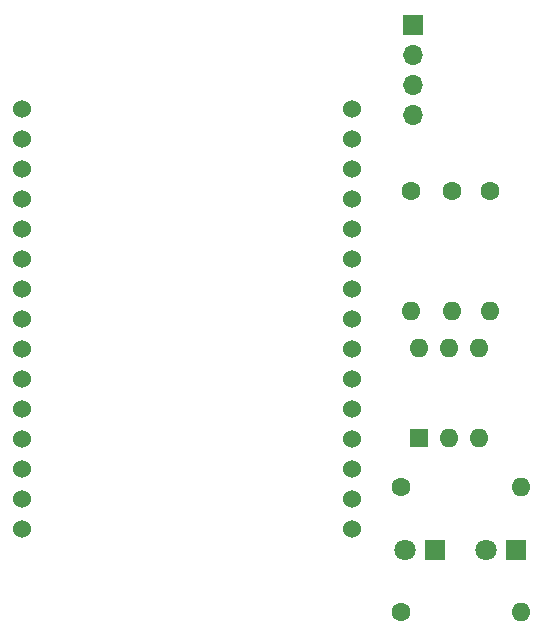
<source format=gbr>
%TF.GenerationSoftware,KiCad,Pcbnew,(5.1.9)-1*%
%TF.CreationDate,2021-10-19T20:47:57+02:00*%
%TF.ProjectId,BusyBox,42757379-426f-4782-9e6b-696361645f70,rev?*%
%TF.SameCoordinates,Original*%
%TF.FileFunction,Soldermask,Top*%
%TF.FilePolarity,Negative*%
%FSLAX46Y46*%
G04 Gerber Fmt 4.6, Leading zero omitted, Abs format (unit mm)*
G04 Created by KiCad (PCBNEW (5.1.9)-1) date 2021-10-19 20:47:57*
%MOMM*%
%LPD*%
G01*
G04 APERTURE LIST*
%ADD10O,1.600000X1.600000*%
%ADD11C,1.600000*%
%ADD12C,1.524000*%
%ADD13R,1.600000X1.600000*%
%ADD14O,1.700000X1.700000*%
%ADD15R,1.700000X1.700000*%
%ADD16C,1.800000*%
%ADD17R,1.800000X1.800000*%
G04 APERTURE END LIST*
D10*
%TO.C,R2*%
X138049000Y-102565200D03*
D11*
X127889000Y-102565200D03*
%TD*%
D12*
%TO.C,U1*%
X123698700Y-70547400D03*
X123698700Y-73087400D03*
X123698700Y-75627400D03*
X123698700Y-78167400D03*
X123698700Y-80707400D03*
X123698700Y-83247400D03*
X123698700Y-85787400D03*
X123698700Y-88327400D03*
X123698700Y-90867400D03*
X123698700Y-93407400D03*
X123698700Y-95947400D03*
X123698700Y-98487400D03*
X123698700Y-101027400D03*
X123698700Y-103567400D03*
X123698700Y-106107400D03*
X95758700Y-106107400D03*
X95758700Y-103567400D03*
X95758700Y-101027400D03*
X95758700Y-98487400D03*
X95758700Y-95947400D03*
X95758700Y-93407400D03*
X95758700Y-90867400D03*
X95758700Y-88327400D03*
X95758700Y-85787400D03*
X95758700Y-83247400D03*
X95758700Y-80707400D03*
X95758700Y-78167400D03*
X95758700Y-75627400D03*
X95758700Y-73087400D03*
X95758700Y-70547400D03*
%TD*%
D10*
%TO.C,SW1*%
X129387600Y-90805000D03*
X134467600Y-98425000D03*
X131927600Y-90805000D03*
X131927600Y-98425000D03*
X134467600Y-90805000D03*
D13*
X129387600Y-98425000D03*
%TD*%
D10*
%TO.C,R5*%
X135407400Y-87655400D03*
D11*
X135407400Y-77495400D03*
%TD*%
D10*
%TO.C,R4*%
X132130800Y-87655400D03*
D11*
X132130800Y-77495400D03*
%TD*%
D10*
%TO.C,R3*%
X128714500Y-87655400D03*
D11*
X128714500Y-77495400D03*
%TD*%
D10*
%TO.C,R1*%
X138049000Y-113182400D03*
D11*
X127889000Y-113182400D03*
%TD*%
D14*
%TO.C,J1*%
X128841500Y-71043800D03*
X128841500Y-68503800D03*
X128841500Y-65963800D03*
D15*
X128841500Y-63423800D03*
%TD*%
D16*
%TO.C,D2*%
X135077200Y-107924600D03*
D17*
X137617200Y-107924600D03*
%TD*%
D16*
%TO.C,D1*%
X128181100Y-107924600D03*
D17*
X130721100Y-107924600D03*
%TD*%
M02*

</source>
